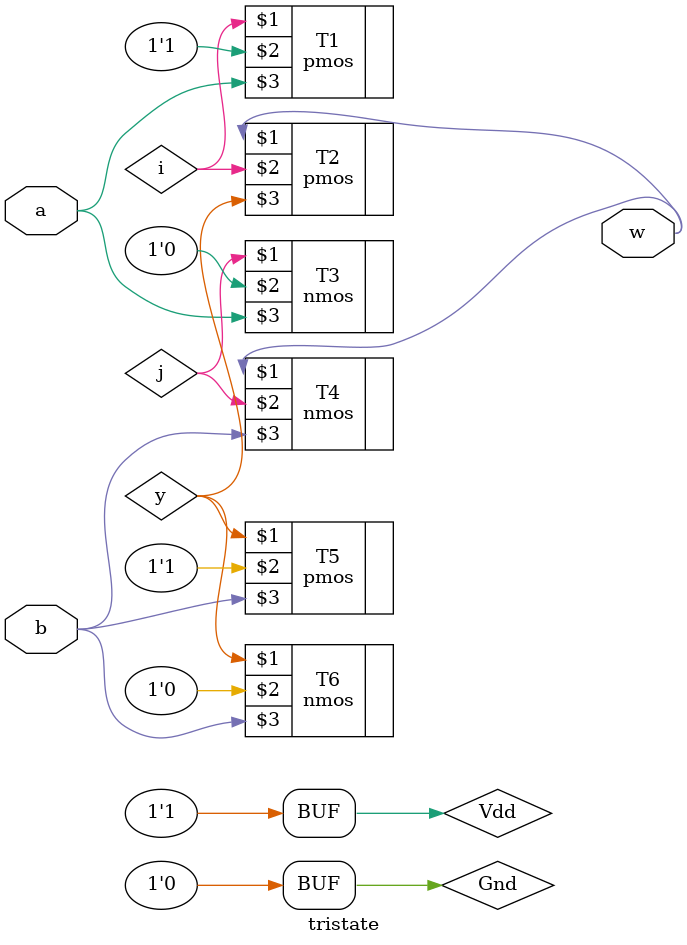
<source format=sv>
`timescale 1ns/1ns
module tristate (input a,b,output w);
wire j,i,y;
supply1 Vdd;
supply0 Gnd;
pmos #(5,6,7) T1(i,Vdd,a);
pmos #(5,6,7) T2(w,i,y);
nmos #(3,4,5) T3(j,Gnd,a);
nmos #(3,4,5) T4(w,j,b);
pmos #(5,6,7) T5(y,Vdd,b);
nmos #(3,4,5) T6(y,Gnd,b);
endmodule

</source>
